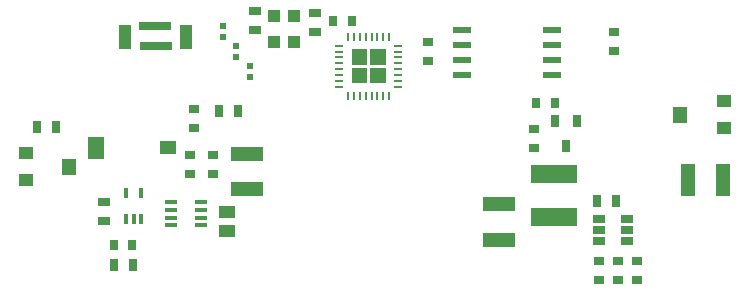
<source format=gtp>
G04*
G04 #@! TF.GenerationSoftware,Altium Limited,Altium Designer,19.0.11 (319)*
G04*
G04 Layer_Color=8421504*
%FSLAX25Y25*%
%MOIN*%
G70*
G01*
G75*
%ADD34R,0.03937X0.07874*%
%ADD35R,0.11024X0.02756*%
%ADD36R,0.06000X0.02100*%
%ADD37R,0.01121X0.03150*%
%ADD38R,0.03150X0.01121*%
%ADD39R,0.03150X0.03937*%
%ADD40R,0.03937X0.02756*%
%ADD41R,0.01400X0.03740*%
%ADD42R,0.04200X0.01654*%
%ADD43R,0.11063X0.04882*%
%ADD44R,0.04882X0.11063*%
%ADD45R,0.15748X0.05906*%
%ADD46R,0.05512X0.03937*%
%ADD47R,0.05118X0.04331*%
%ADD48R,0.05118X0.05512*%
%ADD49R,0.02756X0.03543*%
%ADD50R,0.03543X0.02756*%
%ADD51R,0.02165X0.02165*%
%ADD52R,0.03843X0.03000*%
%ADD53R,0.03000X0.03843*%
%ADD54R,0.03858X0.04331*%
G36*
X126969Y76968D02*
X121850D01*
Y82087D01*
X126969D01*
Y76968D01*
D02*
G37*
G36*
X120669D02*
X115551D01*
Y82087D01*
X120669D01*
Y76968D01*
D02*
G37*
G36*
X126969Y70669D02*
X121850D01*
Y75787D01*
X126969D01*
Y70669D01*
D02*
G37*
G36*
X120669D02*
X115551D01*
Y75787D01*
X120669D01*
Y70669D01*
D02*
G37*
G36*
X56988Y47047D02*
X51870D01*
Y51378D01*
X56988D01*
Y47047D01*
D02*
G37*
G36*
X32972Y45472D02*
X27854D01*
Y52953D01*
X32972D01*
Y45472D01*
D02*
G37*
D34*
X60434Y86221D02*
D03*
X39962D02*
D03*
D35*
X50198Y89765D02*
D03*
X50296Y83072D02*
D03*
D36*
X152250Y88602D02*
D03*
Y83602D02*
D03*
Y78602D02*
D03*
Y73602D02*
D03*
X182396D02*
D03*
Y78602D02*
D03*
Y83602D02*
D03*
Y88602D02*
D03*
D37*
X114370Y86221D02*
D03*
X116339D02*
D03*
X118307D02*
D03*
X120276D02*
D03*
X122244D02*
D03*
X124213D02*
D03*
X126181D02*
D03*
X128150D02*
D03*
Y66535D02*
D03*
X126181D02*
D03*
X124213D02*
D03*
X122244D02*
D03*
X120276D02*
D03*
X118307D02*
D03*
X116339D02*
D03*
X114370D02*
D03*
D38*
X131102Y83268D02*
D03*
Y81299D02*
D03*
Y79331D02*
D03*
Y77362D02*
D03*
Y75394D02*
D03*
Y73425D02*
D03*
Y71457D02*
D03*
Y69488D02*
D03*
X111417D02*
D03*
Y71457D02*
D03*
Y73425D02*
D03*
Y75394D02*
D03*
Y77362D02*
D03*
Y79331D02*
D03*
Y81299D02*
D03*
Y83268D02*
D03*
D39*
X190748Y58071D02*
D03*
X183268D02*
D03*
X187008Y49803D02*
D03*
D40*
X198191Y25492D02*
D03*
Y21752D02*
D03*
Y18012D02*
D03*
X207321Y25492D02*
D03*
Y21752D02*
D03*
Y18012D02*
D03*
D41*
X40313Y25624D02*
D03*
X42913D02*
D03*
X45513D02*
D03*
Y34218D02*
D03*
X40313D02*
D03*
D42*
X65236Y23327D02*
D03*
X65256Y25886D02*
D03*
X65236Y28445D02*
D03*
Y31004D02*
D03*
X55236D02*
D03*
Y28445D02*
D03*
Y25886D02*
D03*
Y23327D02*
D03*
D43*
X80709Y47185D02*
D03*
Y35492D02*
D03*
X164665Y30333D02*
D03*
Y18640D02*
D03*
D44*
X227618Y38465D02*
D03*
X239311D02*
D03*
D45*
X183071Y25984D02*
D03*
Y40551D02*
D03*
D46*
X74213Y21339D02*
D03*
Y27874D02*
D03*
D47*
X6890Y38386D02*
D03*
Y47441D02*
D03*
X239567Y64764D02*
D03*
Y55709D02*
D03*
D48*
X21457Y42913D02*
D03*
X225000Y60236D02*
D03*
D49*
X109508Y91535D02*
D03*
X115689D02*
D03*
X42520Y16929D02*
D03*
X36339D02*
D03*
X177087Y64173D02*
D03*
X183268D02*
D03*
D50*
X140945Y84390D02*
D03*
Y78209D02*
D03*
X202915Y87736D02*
D03*
Y81555D02*
D03*
X176378Y55453D02*
D03*
Y49272D02*
D03*
X61811Y40551D02*
D03*
Y46732D02*
D03*
X69291D02*
D03*
Y40551D02*
D03*
X198031Y11417D02*
D03*
Y5236D02*
D03*
X210630Y11417D02*
D03*
Y5236D02*
D03*
X204331Y11358D02*
D03*
Y5177D02*
D03*
X63090Y62087D02*
D03*
Y55905D02*
D03*
D51*
X77067Y79344D02*
D03*
Y83087D02*
D03*
X81595Y72853D02*
D03*
Y76596D02*
D03*
X72736Y89865D02*
D03*
Y86121D02*
D03*
D52*
X33071Y24762D02*
D03*
Y31143D02*
D03*
X103543Y87754D02*
D03*
Y94135D02*
D03*
X83228Y88424D02*
D03*
Y94805D02*
D03*
D53*
X36239Y10236D02*
D03*
X42620D02*
D03*
X10648Y56181D02*
D03*
X17029D02*
D03*
X203643Y31496D02*
D03*
X197262D02*
D03*
X71337Y61319D02*
D03*
X77718D02*
D03*
D54*
X89582Y84646D02*
D03*
Y93307D02*
D03*
X96275D02*
D03*
Y84646D02*
D03*
M02*

</source>
